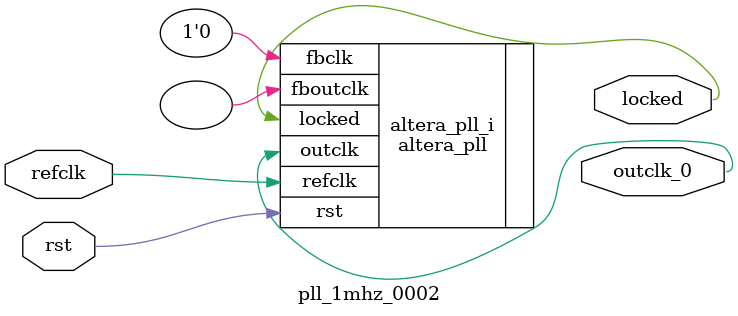
<source format=v>
`timescale 1ns/10ps
module  pll_1mhz_0002(

	// interface 'refclk'
	input wire refclk,

	// interface 'reset'
	input wire rst,

	// interface 'outclk0'
	output wire outclk_0,

	// interface 'locked'
	output wire locked
);

	altera_pll #(
		.fractional_vco_multiplier("false"),
		.reference_clock_frequency("50.0 MHz"),
		.operation_mode("direct"),
		.number_of_clocks(1),
		.output_clock_frequency0("1.171875 MHz"),
		.phase_shift0("0 ps"),
		.duty_cycle0(50),
		.output_clock_frequency1("0 MHz"),
		.phase_shift1("0 ps"),
		.duty_cycle1(50),
		.output_clock_frequency2("0 MHz"),
		.phase_shift2("0 ps"),
		.duty_cycle2(50),
		.output_clock_frequency3("0 MHz"),
		.phase_shift3("0 ps"),
		.duty_cycle3(50),
		.output_clock_frequency4("0 MHz"),
		.phase_shift4("0 ps"),
		.duty_cycle4(50),
		.output_clock_frequency5("0 MHz"),
		.phase_shift5("0 ps"),
		.duty_cycle5(50),
		.output_clock_frequency6("0 MHz"),
		.phase_shift6("0 ps"),
		.duty_cycle6(50),
		.output_clock_frequency7("0 MHz"),
		.phase_shift7("0 ps"),
		.duty_cycle7(50),
		.output_clock_frequency8("0 MHz"),
		.phase_shift8("0 ps"),
		.duty_cycle8(50),
		.output_clock_frequency9("0 MHz"),
		.phase_shift9("0 ps"),
		.duty_cycle9(50),
		.output_clock_frequency10("0 MHz"),
		.phase_shift10("0 ps"),
		.duty_cycle10(50),
		.output_clock_frequency11("0 MHz"),
		.phase_shift11("0 ps"),
		.duty_cycle11(50),
		.output_clock_frequency12("0 MHz"),
		.phase_shift12("0 ps"),
		.duty_cycle12(50),
		.output_clock_frequency13("0 MHz"),
		.phase_shift13("0 ps"),
		.duty_cycle13(50),
		.output_clock_frequency14("0 MHz"),
		.phase_shift14("0 ps"),
		.duty_cycle14(50),
		.output_clock_frequency15("0 MHz"),
		.phase_shift15("0 ps"),
		.duty_cycle15(50),
		.output_clock_frequency16("0 MHz"),
		.phase_shift16("0 ps"),
		.duty_cycle16(50),
		.output_clock_frequency17("0 MHz"),
		.phase_shift17("0 ps"),
		.duty_cycle17(50),
		.pll_type("General"),
		.pll_subtype("General")
	) altera_pll_i (
		.rst	(rst),
		.outclk	({outclk_0}),
		.locked	(locked),
		.fboutclk	( ),
		.fbclk	(1'b0),
		.refclk	(refclk)
	);
endmodule


</source>
